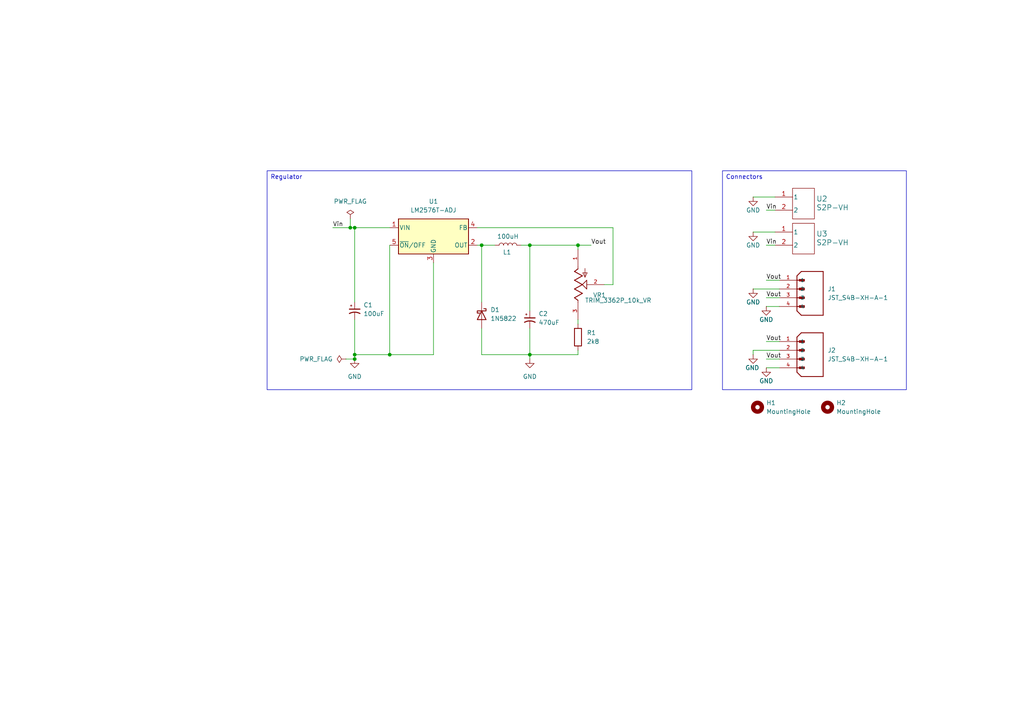
<source format=kicad_sch>
(kicad_sch (version 20231120) (generator "eeschema") (generator_version "8.0")
  (paper "A4")
  (title_block (rev "01") (company "USST") (comment 1 "Authors: Matthew, Bristine"))
  (lib_symbols
    (symbol "Device:C_Polarized_Small_US" (pin_numbers hide) (pin_names (offset 0.254) hide)
      (property "Reference" "C" (at 0.254 1.778 0))
      (property "Value" "C_Polarized_Small_US" (at 0.254 -2.032 0))
      (symbol "C_Polarized_Small_US_0_1"
        (polyline (pts (xy -1.524 0.508) (xy 1.524 0.508)) (stroke (width 0.3048)))
        (polyline (pts (xy -1.27 1.524) (xy -0.762 1.524)))
        (polyline (pts (xy -1.016 1.27) (xy -1.016 1.778)))
        (arc (start 1.524 -0.762) (mid 0 -0.3734) (end -1.524 -0.762) (stroke (width 0.3048)))
      )
      (symbol "C_Polarized_Small_US_1_1"
        (pin passive line (at 0 2.54 270) (length 2.032) (name "~") (number "1"))
        (pin passive line (at 0 -2.54 90) (length 2.032) (name "~") (number "2"))
      )
    )
    (symbol "Device:L" (pin_numbers hide) (pin_names (offset 1.016) hide)
      (property "Reference" "L" (at -1.27 0 90))
      (property "Value" "L" (at 1.905 0 90))
      (symbol "L_0_1"
        (arc (start 0 -2.54) (mid 0.6323 -1.905) (end 0 -1.27))
        (arc (start 0 -1.27) (mid 0.6323 -0.635) (end 0 0))
        (arc (start 0 0) (mid 0.6323 0.635) (end 0 1.27))
        (arc (start 0 1.27) (mid 0.6323 1.905) (end 0 2.54))
      )
      (symbol "L_1_1"
        (pin passive line (at 0 3.81 270) (length 1.27) (name "1") (number "1"))
        (pin passive line (at 0 -3.81 90) (length 1.27) (name "2") (number "2"))
      )
    )
    (symbol "Device:R" (pin_numbers hide) (pin_names (offset 0))
      (property "Reference" "R" (at 2.032 0 90))
      (property "Value" "R" (at 0 0 90))
      (symbol "R_0_1"
        (rectangle (start -1.016 -2.54) (end 1.016 2.54) (stroke (width 0.254)))
      )
      (symbol "R_1_1"
        (pin passive line (at 0 3.81 270) (length 1.27) (name "~") (number "1"))
        (pin passive line (at 0 -3.81 90) (length 1.27) (name "~") (number "2"))
      )
    )
    (symbol "Diode:1N5822" (pin_numbers hide) (pin_names (offset 1.016) hide)
      (property "Reference" "D" (at 0 2.54 0))
      (property "Value" "1N5822" (at 0 -2.54 0))
      (symbol "1N5822_0_1"
        (polyline (pts (xy 1.27 0) (xy -1.27 0)))
        (polyline (pts (xy 1.27 1.27) (xy 1.27 -1.27) (xy -1.27 0) (xy 1.27 1.27)) (stroke (width 0.254)))
        (polyline (pts (xy -1.905 0.635) (xy -1.905 1.27) (xy -1.27 1.27) (xy -1.27 -1.27) (xy -0.635 -1.27) (xy -0.635 -0.635)) (stroke (width 0.254)))
      )
      (symbol "1N5822_1_1"
        (pin passive line (at -3.81 0 0) (length 2.54) (name "K") (number "1"))
        (pin passive line (at 3.81 0 180) (length 2.54) (name "A") (number "2"))
      )
    )
    (symbol "Mechanical:MountingHole" (pin_names (offset 1.016)) (exclude_from_sim yes) (in_bom no)
      (property "Reference" "H" (at 0 5.08 0))
      (property "Value" "MountingHole" (at 0 3.175 0))
      (symbol "MountingHole_0_1"
        (circle (center 0 0) (radius 1.27) (stroke (width 1.27)))
      )
    )
    (symbol "Regulator_Switching:LM2576S-ADJ" (pin_names (offset 0.254))
      (property "Reference" "U" (at -10.16 6.35 0))
      (property "Value" "LM2576S-ADJ" (at 0 6.35 0))
      (symbol "LM2576S-ADJ_0_1"
        (rectangle (start -10.16 5.08) (end 10.16 -5.08) (stroke (width 0.254)) (fill (type background)))
      )
      (symbol "LM2576S-ADJ_1_1"
        (pin power_in line (at -12.7 2.54 0) (length 2.54) (name "VIN") (number "1"))
        (pin output line (at 12.7 -2.54 180) (length 2.54) (name "OUT") (number "2"))
        (pin power_in line (at 0 -7.62 90) (length 2.54) (name "GND") (number "3"))
        (pin input line (at 12.7 2.54 180) (length 2.54) (name "FB") (number "4"))
        (pin input line (at -12.7 -2.54 0) (length 2.54) (name "~{ON}/OFF") (number "5"))
      )
    )
    (symbol "custom_library:JST_S4B-XH-A-1" (pin_names (offset 1.016))
      (property "Reference" "J" (at 0 6.35 0))
      (property "Value" "JST_S4B-XH-A-1" (at 0 -10.16 0))
      (symbol "JST_S4B-XH-A-1_0_0"
        (polyline (pts (xy 0 -6.35) (xy 1.27 -7.62)) (stroke (width 0.254)))
        (polyline (pts (xy 0 -5.08) (xy 1.905 -5.08)) (stroke (width 0.254)))
        (polyline (pts (xy 0 -2.54) (xy 1.905 -2.54)) (stroke (width 0.254)))
        (polyline (pts (xy 0 0) (xy 1.905 0)) (stroke (width 0.254)))
        (polyline (pts (xy 0 2.54) (xy 0 -6.35)) (stroke (width 0.254)))
        (polyline (pts (xy 0 2.54) (xy 1.905 2.54)) (stroke (width 0.254)))
        (polyline (pts (xy 0 3.81) (xy 0 2.54)) (stroke (width 0.254)))
        (polyline (pts (xy 0 3.81) (xy 1.27 5.08)) (stroke (width 0.254)))
        (polyline (pts (xy 1.27 -7.62) (xy 7.62 -7.62)) (stroke (width 0.254)))
        (polyline (pts (xy 7.62 -7.62) (xy 7.62 5.08)) (stroke (width 0.254)))
        (polyline (pts (xy 7.62 5.08) (xy 1.27 5.08)) (stroke (width 0.254)))
        (rectangle (start 0.635 -5.3975) (end 2.2225 -4.7625) (stroke (width 0.1)) (fill (type outline)))
        (rectangle (start 0.635 -2.8575) (end 2.2225 -2.2225) (stroke (width 0.1)) (fill (type outline)))
        (rectangle (start 0.635 -0.3175) (end 2.2225 0.3175) (stroke (width 0.1)) (fill (type outline)))
        (rectangle (start 0.635 2.2225) (end 2.2225 2.8575) (stroke (width 0.1)) (fill (type outline)))
        (pin passive line (at -5.08 2.54 0) (length 5.08) (name "1") (number "1"))
        (pin passive line (at -5.08 0 0) (length 5.08) (name "2") (number "2"))
        (pin passive line (at -5.08 -2.54 0) (length 5.08) (name "3") (number "3"))
        (pin passive line (at -5.08 -5.08 0) (length 5.08) (name "4") (number "4"))
      )
    )
    (symbol "custom_library:S2P-VH" (pin_names (offset 0.254))
      (property "Reference" "U" (at -1.778 7.62 0))
      (property "Value" "S2P-VH" (at -1.778 5.08 0))
      (symbol "S2P-VH_0_1"
        (rectangle (start -5.08 3.81) (end 1.27 -5.08))
      )
      (symbol "S2P-VH_1_1"
        (pin power_in line (at -10.16 1.27 0) (length 5.08) (name "1") (number "1"))
        (pin power_in line (at -10.16 -2.54 0) (length 5.08) (name "2") (number "2"))
      )
    )
    (symbol "custom_library:TRIM_3362P_10k_VR" (pin_names (offset 1.016))
      (property "Reference" "VR" (at -10.1818 2.5465 0))
      (property "Value" "TRIM_3362P_10k_VR" (at -9.144 -10.16 0))
      (symbol "TRIM_3362P_10k_VR_0_0"
        (polyline (pts (xy -5.08 0) (xy -4.572 0)) (stroke (width 0.1524)))
        (polyline (pts (xy -4.699 -2.032) (xy -2.159 -2.032)) (stroke (width 0.1524)))
        (polyline (pts (xy -4.572 0) (xy -3.81 1.016)) (stroke (width 0.254)))
        (polyline (pts (xy -3.81 1.016) (xy -2.54 -1.27)) (stroke (width 0.254)))
        (polyline (pts (xy -3.429 -2.667) (xy -3.429 -1.397)) (stroke (width 0.1524)))
        (polyline (pts (xy -3.429 -1.397) (xy -2.159 -2.032)) (stroke (width 0.1524)))
        (polyline (pts (xy -2.54 -1.27) (xy -1.27 1.016)) (stroke (width 0.254)))
        (polyline (pts (xy -2.159 -2.032) (xy -3.429 -2.667)) (stroke (width 0.1524)))
        (polyline (pts (xy -1.27 -2.54) (xy 0 -1.27)) (stroke (width 0.2032)))
        (polyline (pts (xy -1.27 1.016) (xy 0 -1.27)) (stroke (width 0.254)))
        (polyline (pts (xy 0 -1.27) (xy 1.27 -2.54)) (stroke (width 0.2032)))
        (polyline (pts (xy 0 -1.27) (xy 1.27 1.016)) (stroke (width 0.254)))
        (polyline (pts (xy 1.27 -2.54) (xy -1.27 -2.54)) (stroke (width 0.2032)))
        (polyline (pts (xy 1.27 1.016) (xy 2.54 -1.27)) (stroke (width 0.254)))
        (polyline (pts (xy 2.54 -1.27) (xy 3.81 1.016)) (stroke (width 0.254)))
        (polyline (pts (xy 3.81 1.016) (xy 4.572 0)) (stroke (width 0.254)))
        (polyline (pts (xy 4.572 0) (xy 5.08 0)) (stroke (width 0.1524)))
        (pin passive line (at -10.16 0 0) (length 5.08) (name "~") (number "1"))
        (pin passive line (at 0 -7.62 90) (length 5.08) (name "~") (number "2"))
        (pin passive line (at 10.16 0 180) (length 5.08) (name "~") (number "3"))
      )
    )
    (symbol "power:GND" (power) (pin_numbers hide) (pin_names (offset 0) hide)
      (property "Value" "GND" (at 0 -3.81 0))
      (symbol "GND_0_1"
        (polyline (pts (xy 0 0) (xy 0 -1.27) (xy 1.27 -1.27) (xy 0 -2.54) (xy -1.27 -1.27) (xy 0 -1.27)))
      )
      (symbol "GND_1_1"
        (pin power_in line (at 0 0 270) (length 0) (name "~") (number "1"))
      )
    )
    (symbol "power:PWR_FLAG" (power) (pin_numbers hide) (pin_names (offset 0) hide)
      (property "Value" "PWR_FLAG" (at 0 3.81 0))
      (symbol "PWR_FLAG_0_0"
        (pin power_out line (at 0 0 90) (length 0) (name "~") (number "1"))
      )
      (symbol "PWR_FLAG_0_1"
        (polyline (pts (xy 0 0) (xy 0 1.27) (xy -1.016 1.905) (xy 0 2.54) (xy 1.016 1.905) (xy 0 1.27)))
      )
    )
  )
  (junction (at 102.87 102.87))
  (junction (at 167.64 71.12))
  (junction (at 139.7 71.12))
  (junction (at 102.87 66.04))
  (junction (at 153.67 102.87))
  (junction (at 113.03 102.87))
  (junction (at 101.6 66.04))
  (junction (at 102.87 104.14))
  (junction (at 153.67 71.12))
  (wire (pts (xy 218.44 67.31) (xy 224.79 67.31)))
  (wire (pts (xy 139.7 102.87) (xy 139.7 95.25)))
  (wire (pts (xy 138.43 71.12) (xy 139.7 71.12)))
  (wire (pts (xy 100.33 104.14) (xy 102.87 104.14)))
  (wire (pts (xy 222.25 88.9) (xy 226.06 88.9)))
  (wire (pts (xy 222.25 104.14) (xy 226.06 104.14)))
  (wire (pts (xy 139.7 87.63) (xy 139.7 71.12)))
  (wire (pts (xy 222.25 86.36) (xy 226.06 86.36)))
  (wire (pts (xy 125.73 102.87) (xy 125.73 76.2)))
  (wire (pts (xy 102.87 66.04) (xy 102.87 87.63)))
  (wire (pts (xy 113.03 71.12) (xy 113.03 102.87)))
  (wire (pts (xy 101.6 63.5) (xy 101.6 66.04)))
  (wire (pts (xy 175.26 82.55) (xy 177.8 82.55)))
  (wire (pts (xy 222.25 60.96) (xy 224.79 60.96)))
  (wire (pts (xy 218.44 57.15) (xy 224.79 57.15)))
  (wire (pts (xy 153.67 71.12) (xy 153.67 90.17)))
  (wire (pts (xy 167.64 101.6) (xy 167.64 102.87)))
  (wire (pts (xy 222.25 106.68) (xy 226.06 106.68)))
  (wire (pts (xy 96.52 66.04) (xy 101.6 66.04)))
  (wire (pts (xy 151.13 71.12) (xy 153.67 71.12)))
  (wire (pts (xy 167.64 71.12) (xy 171.45 71.12)))
  (wire (pts (xy 139.7 71.12) (xy 143.51 71.12)))
  (wire (pts (xy 153.67 95.25) (xy 153.67 102.87)))
  (wire (pts (xy 101.6 66.04) (xy 102.87 66.04)))
  (wire (pts (xy 153.67 71.12) (xy 167.64 71.12)))
  (wire (pts (xy 113.03 102.87) (xy 102.87 102.87)))
  (wire (pts (xy 177.8 66.04) (xy 138.43 66.04)))
  (wire (pts (xy 167.64 102.87) (xy 153.67 102.87)))
  (wire (pts (xy 102.87 104.14) (xy 102.87 102.87)))
  (wire (pts (xy 218.44 101.6) (xy 226.06 101.6)))
  (wire (pts (xy 218.44 102.87) (xy 218.44 101.6)))
  (wire (pts (xy 177.8 66.04) (xy 177.8 82.55)))
  (wire (pts (xy 125.73 102.87) (xy 113.03 102.87)))
  (wire (pts (xy 222.25 81.28) (xy 226.06 81.28)))
  (wire (pts (xy 167.64 92.71) (xy 167.64 93.98)))
  (wire (pts (xy 153.67 104.14) (xy 153.67 102.87)))
  (wire (pts (xy 102.87 66.04) (xy 113.03 66.04)))
  (wire (pts (xy 102.87 102.87) (xy 102.87 92.71)))
  (wire (pts (xy 167.64 71.12) (xy 167.64 72.39)))
  (wire (pts (xy 218.44 83.82) (xy 226.06 83.82)))
  (wire (pts (xy 222.25 71.12) (xy 224.79 71.12)))
  (wire (pts (xy 222.25 99.06) (xy 226.06 99.06)))
  (wire (pts (xy 139.7 102.87) (xy 153.67 102.87)))
  (text_box "Regulator" (at 77.47 49.53 0) (size 123.19 63.5) (effects (font (size 1.27 1.27)) (justify left top)))
  (text_box "Connectors" (at 209.55 49.53 0) (size 53.34 63.5) (effects (font (size 1.27 1.27)) (justify left top)))
  (label "Vout" (at 222.25 104.14 0))
  (label "Vout" (at 171.45 71.12 0))
  (label "Vin" (at 96.52 66.04 0))
  (label "Vout" (at 222.25 99.06 0))
  (label "Vout" (at 222.25 86.36 0))
  (label "Vout" (at 222.25 81.28 0))
  (label "Vin" (at 222.25 60.96 0))
  (label "Vin" (at 222.25 71.12 0))
  (symbol (lib_id "custom_library:JST_S4B-XH-A-1") (at 231.14 101.6 0) (unit 1)
    (property "Reference" "J2" (at 240.03 101.5999 0) (effects (justify left)))
    (property "Value" "JST_S4B-XH-A-1" (at 240.03 104.1399 0) (effects (justify left)))
    (property "Footprint" "custom_library:JST_S4B-XH-A-1" (effects (hide yes)))
    (property "PARTREV" "27-1-20" (effects (hide yes)))
    (property "STANDARD" "Manufacturer Recommendations" (effects (hide yes)))
    (property "MAXIMUM_PACKAGE_HEIGHT" "6.1mm" (effects (hide yes)))
    (property "MANUFACTURER" "JST" (effects (hide yes)))
  )
  (symbol (lib_id "Device:R") (at 167.64 97.79 0) (unit 1)
    (property "Reference" "R1" (at 170.18 96.5199 0) (effects (justify left)))
    (property "Value" "2k8" (at 170.18 99.0599 0) (effects (justify left)))
    (property "Footprint" "Resistor_SMD:R_0805_2012Metric" (effects (hide yes)))
    (property "Description" "Resistor" (effects (hide yes)))
  )
  (symbol (lib_id "Device:C_Polarized_Small_US") (at 102.87 90.17 0) (unit 1)
    (property "Reference" "C1" (at 105.41 88.4681 0) (effects (justify left)))
    (property "Value" "100uF" (at 105.41 91.0081 0) (effects (justify left)))
    (property "Footprint" "Capacitor_SMD:CP_Elec_6.3x7.7" (effects (hide yes)))
    (property "Description" "Polarized capacitor, small US symbol" (effects (hide yes)))
  )
  (symbol (lib_id "Diode:1N5822") (at 139.7 91.44 270) (unit 1)
    (property "Reference" "D1" (at 142.24 89.8524 90) (effects (justify left)))
    (property "Value" "1N5822" (at 142.24 92.3924 90) (effects (justify left)))
    (property "Footprint" "Diode_THT:D_DO-201AD_P15.24mm_Horizontal" (effects (hide yes)))
    (property "Datasheet" "http://www.vishay.com/docs/88526/1n5820.pdf" (effects (hide yes)))
    (property "Description" "40V 3A Schottky Barrier Rectifier Diode, DO-201AD" (effects (hide yes)))
  )
  (symbol (lib_id "power:GND") (at 218.44 83.82 0) (unit 1)
    (property "Reference" "#PWR03" (effects (hide yes)))
    (property "Value" "GND" (at 218.44 87.63 0))
    (property "Description" "Power symbol creates a global label with name \"GND\" , ground" (effects (hide yes)))
  )
  (symbol (lib_id "power:PWR_FLAG") (at 101.6 63.5 0) (unit 1)
    (property "Reference" "#FLG01" (effects (hide yes)))
    (property "Value" "PWR_FLAG" (at 101.6 58.42 0))
    (property "Description" "Special symbol for telling ERC where power comes from" (effects (hide yes)))
  )
  (symbol (lib_id "power:PWR_FLAG") (at 100.33 104.14 90) (unit 1)
    (property "Reference" "#FLG02" (effects (hide yes)))
    (property "Value" "PWR_FLAG" (at 96.52 104.1399 90) (effects (justify left)))
    (property "Description" "Special symbol for telling ERC where power comes from" (effects (hide yes)))
  )
  (symbol (lib_id "Device:L") (at 147.32 71.12 90) (unit 1)
    (property "Reference" "L1" (at 147.066 73.152 90))
    (property "Value" "100uH" (at 147.32 68.58 90))
    (property "Footprint" "custom_library:SMDRI127-101MT" (effects (hide yes)))
    (property "Description" "Inductor" (effects (hide yes)))
  )
  (symbol (lib_id "power:GND") (at 153.67 104.14 0) (unit 1)
    (property "Reference" "#PWR02" (effects (hide yes)))
    (property "Value" "GND" (at 153.67 109.22 0))
    (property "Description" "Power symbol creates a global label with name \"GND\" , ground" (effects (hide yes)))
  )
  (symbol (lib_id "Mechanical:MountingHole") (at 219.71 118.11 0) (unit 1) (exclude_from_sim yes) (in_bom no)
    (property "Reference" "H1" (at 222.25 116.8399 0) (effects (justify left)))
    (property "Value" "MountingHole" (at 222.25 119.3799 0) (effects (justify left)))
    (property "Footprint" "MountingHole:MountingHole_3.2mm_M3" (effects (hide yes)))
    (property "Description" "Mounting Hole without connection" (effects (hide yes)))
  )
  (symbol (lib_id "power:GND") (at 218.44 67.31 0) (unit 1)
    (property "Reference" "#PWR08" (effects (hide yes)))
    (property "Value" "GND" (at 218.44 71.12 0))
    (property "Description" "Power symbol creates a global label with name \"GND\" , ground" (effects (hide yes)))
  )
  (symbol (lib_id "power:GND") (at 222.25 88.9 0) (unit 1)
    (property "Reference" "#PWR04" (effects (hide yes)))
    (property "Value" "GND" (at 222.25 92.71 0))
    (property "Description" "Power symbol creates a global label with name \"GND\" , ground" (effects (hide yes)))
  )
  (symbol (lib_id "Mechanical:MountingHole") (at 240.03 118.11 0) (unit 1) (exclude_from_sim yes) (in_bom no)
    (property "Reference" "H2" (at 242.57 116.8399 0) (effects (justify left)))
    (property "Value" "MountingHole" (at 242.57 119.3799 0) (effects (justify left)))
    (property "Footprint" "MountingHole:MountingHole_3.2mm_M3" (effects (hide yes)))
    (property "Description" "Mounting Hole without connection" (effects (hide yes)))
  )
  (symbol (lib_id "power:GND") (at 102.87 104.14 0) (unit 1)
    (property "Reference" "#PWR05" (effects (hide yes)))
    (property "Value" "GND" (at 102.87 109.22 0))
    (property "Description" "Power symbol creates a global label with name \"GND\" , ground" (effects (hide yes)))
  )
  (symbol (lib_id "custom_library:TRIM_3362P_10k_VR") (at 167.64 82.55 90) (mirror x) (unit 1)
    (property "Reference" "VR1" (at 175.768 85.598 90) (effects (justify left)))
    (property "Value" "TRIM_3362P_10k_VR" (at 188.976 87.122 90) (effects (justify left)))
    (property "Footprint" "custom_library:TRIM_3362P-1-103LF" (effects (hide yes)))
    (property "PARTREV" "08/26/10" (effects (hide yes)))
    (property "MF" "Bourns" (effects (hide yes)))
    (property "MP" "3362P-1-205LF" (effects (hide yes)))
    (property "STANDARD" "Manufacturer Recommendation" (effects (hide yes)))
  )
  (symbol (lib_id "Device:C_Polarized_Small_US") (at 153.67 92.71 0) (unit 1)
    (property "Reference" "C2" (at 156.21 91.0081 0) (effects (justify left)))
    (property "Value" "470uF" (at 156.21 93.5481 0) (effects (justify left)))
    (property "Footprint" "Capacitor_SMD:CP_Elec_6.3x7.7" (effects (hide yes)))
    (property "Description" "Polarized capacitor, small US symbol" (effects (hide yes)))
  )
  (symbol (lib_id "Regulator_Switching:LM2576S-ADJ") (at 125.73 68.58 0) (unit 1)
    (property "Reference" "U1" (at 125.73 58.42 0))
    (property "Value" "LM2576T-ADJ" (at 125.73 60.96 0))
    (property "Footprint" "Package_TO_SOT_SMD:TO-263-5_TabPin3" (effects (hide yes)))
    (property "Datasheet" "http://www.ti.com/lit/ds/symlink/lm2576.pdf" (effects (hide yes)))
    (property "Description" "Adjustable Output Voltage, 3A SIMPLE SWITCHER® Step-Down Voltage Regulator, TO-263" (effects (hide yes)))
  )
  (symbol (lib_id "power:GND") (at 222.25 106.68 0) (unit 1)
    (property "Reference" "#PWR07" (effects (hide yes)))
    (property "Value" "GND" (at 222.25 110.49 0))
    (property "Description" "Power symbol creates a global label with name \"GND\" , ground" (effects (hide yes)))
  )
  (symbol (lib_id "power:GND") (at 218.44 102.87 0) (unit 1)
    (property "Reference" "#PWR06" (effects (hide yes)))
    (property "Value" "GND" (at 218.186 106.68 0))
    (property "Description" "Power symbol creates a global label with name \"GND\" , ground" (effects (hide yes)))
  )
  (symbol (lib_id "custom_library:S2P-VH") (at 234.95 68.58 0) (unit 1)
    (property "Reference" "U3" (at 236.728 67.818 0) (effects (font (size 1.524 1.524)) (justify left)))
    (property "Value" "S2P-VH" (at 236.728 70.358 0) (effects (font (size 1.524 1.524)) (justify left)))
    (property "Footprint" "custom_library:S2P-VH_JST_Only_holes" (effects (hide yes)))
    (property "Datasheet" "S2P-VH" (effects (hide yes)))
  )
  (symbol (lib_id "power:GND") (at 218.44 57.15 0) (unit 1)
    (property "Reference" "#PWR01" (effects (hide yes)))
    (property "Value" "GND" (at 218.44 60.96 0))
    (property "Description" "Power symbol creates a global label with name \"GND\" , ground" (effects (hide yes)))
  )
  (symbol (lib_id "custom_library:S2P-VH") (at 234.95 58.42 0) (unit 1)
    (property "Reference" "U2" (at 236.728 57.658 0) (effects (font (size 1.524 1.524)) (justify left)))
    (property "Value" "S2P-VH" (at 236.728 60.198 0) (effects (font (size 1.524 1.524)) (justify left)))
    (property "Footprint" "custom_library:S2P-VH_JST" (effects (hide yes)))
    (property "Datasheet" "S2P-VH" (effects (hide yes)))
  )
  (symbol (lib_id "custom_library:JST_S4B-XH-A-1") (at 231.14 83.82 0) (unit 1)
    (property "Reference" "J1" (at 240.03 83.8199 0) (effects (justify left)))
    (property "Value" "JST_S4B-XH-A-1" (at 240.03 86.3599 0) (effects (justify left)))
    (property "Footprint" "custom_library:JST_S4B-XH-A-1" (effects (hide yes)))
    (property "PARTREV" "27-1-20" (effects (hide yes)))
    (property "STANDARD" "Manufacturer Recommendations" (effects (hide yes)))
    (property "MAXIMUM_PACKAGE_HEIGHT" "6.1mm" (effects (hide yes)))
    (property "MANUFACTURER" "JST" (effects (hide yes)))
  )
)
</source>
